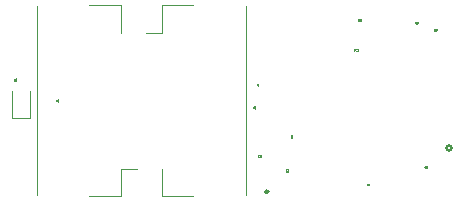
<source format=gbr>
G04 #@! TF.GenerationSoftware,KiCad,Pcbnew,5.0.0-fee4fd1~66~ubuntu16.04.1*
G04 #@! TF.CreationDate,2018-08-08T21:48:41-04:00*
G04 #@! TF.ProjectId,motor controller,6D6F746F7220636F6E74726F6C6C6572,rev?*
G04 #@! TF.SameCoordinates,Original*
G04 #@! TF.FileFunction,Legend,Top*
G04 #@! TF.FilePolarity,Positive*
%FSLAX46Y46*%
G04 Gerber Fmt 4.6, Leading zero omitted, Abs format (unit mm)*
G04 Created by KiCad (PCBNEW 5.0.0-fee4fd1~66~ubuntu16.04.1) date Wed Aug  8 21:48:41 2018*
%MOMM*%
%LPD*%
G01*
G04 APERTURE LIST*
%ADD10C,0.120000*%
%ADD11C,0.254000*%
%ADD12C,0.020000*%
G04 APERTURE END LIST*
D10*
G04 #@! TO.C,J1*
X7200000Y-17110000D02*
X9850000Y-17110000D01*
X9850000Y-17110000D02*
X9850000Y-14760000D01*
X9850000Y-14760000D02*
X11240000Y-14760000D01*
X7200000Y-890000D02*
X9850000Y-890000D01*
X9850000Y-890000D02*
X9850000Y-3240000D01*
X2780000Y-17000000D02*
X2780000Y-1000000D01*
D11*
G04 #@! TO.C,IC2*
X37865000Y-13000000D02*
G75*
G03X37865000Y-13000000I-200000J0D01*
G01*
D10*
G04 #@! TO.C,J2*
X20440000Y-1000000D02*
X20440000Y-17000000D01*
X13370000Y-17110000D02*
X13370000Y-14760000D01*
X16020000Y-17110000D02*
X13370000Y-17110000D01*
X13370000Y-3240000D02*
X11980000Y-3240000D01*
X13370000Y-890000D02*
X13370000Y-3240000D01*
X16020000Y-890000D02*
X13370000Y-890000D01*
D11*
G04 #@! TO.C,IC3*
X22351000Y-16695000D02*
G75*
G03X22351000Y-16695000I-125000J0D01*
G01*
D10*
G04 #@! TO.C,D1*
X2160000Y-10470000D02*
X2160000Y-8200000D01*
X640000Y-10470000D02*
X2160000Y-10470000D01*
X640000Y-8200000D02*
X640000Y-10470000D01*
G04 #@! TO.C,J1*
D12*
X4417857Y-9040000D02*
X4525000Y-9040000D01*
X4546428Y-9047142D01*
X4560714Y-9061428D01*
X4567857Y-9082857D01*
X4567857Y-9097142D01*
X4567857Y-8890000D02*
X4567857Y-8975714D01*
X4567857Y-8932857D02*
X4417857Y-8932857D01*
X4439285Y-8947142D01*
X4453571Y-8961428D01*
X4460714Y-8975714D01*
G04 #@! TO.C,J3*
X21377857Y-7700000D02*
X21485000Y-7700000D01*
X21506428Y-7707142D01*
X21520714Y-7721428D01*
X21527857Y-7742857D01*
X21527857Y-7757142D01*
X21377857Y-7642857D02*
X21377857Y-7550000D01*
X21435000Y-7600000D01*
X21435000Y-7578571D01*
X21442142Y-7564285D01*
X21449285Y-7557142D01*
X21463571Y-7550000D01*
X21499285Y-7550000D01*
X21513571Y-7557142D01*
X21520714Y-7564285D01*
X21527857Y-7578571D01*
X21527857Y-7621428D01*
X21520714Y-7635714D01*
X21513571Y-7642857D01*
G04 #@! TO.C,C3*
X24256428Y-12027000D02*
X24249285Y-12019857D01*
X24242142Y-11998428D01*
X24242142Y-11984142D01*
X24249285Y-11962714D01*
X24263571Y-11948428D01*
X24277857Y-11941285D01*
X24306428Y-11934142D01*
X24327857Y-11934142D01*
X24356428Y-11941285D01*
X24370714Y-11948428D01*
X24385000Y-11962714D01*
X24392142Y-11984142D01*
X24392142Y-11998428D01*
X24385000Y-12019857D01*
X24377857Y-12027000D01*
X24392142Y-12077000D02*
X24392142Y-12169857D01*
X24335000Y-12119857D01*
X24335000Y-12141285D01*
X24327857Y-12155571D01*
X24320714Y-12162714D01*
X24306428Y-12169857D01*
X24270714Y-12169857D01*
X24256428Y-12162714D01*
X24249285Y-12155571D01*
X24242142Y-12141285D01*
X24242142Y-12098428D01*
X24249285Y-12084142D01*
X24256428Y-12077000D01*
G04 #@! TO.C,C6*
X35675000Y-14653571D02*
X35667857Y-14660714D01*
X35646428Y-14667857D01*
X35632142Y-14667857D01*
X35610714Y-14660714D01*
X35596428Y-14646428D01*
X35589285Y-14632142D01*
X35582142Y-14603571D01*
X35582142Y-14582142D01*
X35589285Y-14553571D01*
X35596428Y-14539285D01*
X35610714Y-14525000D01*
X35632142Y-14517857D01*
X35646428Y-14517857D01*
X35667857Y-14525000D01*
X35675000Y-14532142D01*
X35803571Y-14517857D02*
X35775000Y-14517857D01*
X35760714Y-14525000D01*
X35753571Y-14532142D01*
X35739285Y-14553571D01*
X35732142Y-14582142D01*
X35732142Y-14639285D01*
X35739285Y-14653571D01*
X35746428Y-14660714D01*
X35760714Y-14667857D01*
X35789285Y-14667857D01*
X35803571Y-14660714D01*
X35810714Y-14653571D01*
X35817857Y-14639285D01*
X35817857Y-14603571D01*
X35810714Y-14589285D01*
X35803571Y-14582142D01*
X35789285Y-14575000D01*
X35760714Y-14575000D01*
X35746428Y-14582142D01*
X35739285Y-14589285D01*
X35732142Y-14603571D01*
G04 #@! TO.C,IC2*
X29653571Y-4767857D02*
X29653571Y-4617857D01*
X29810714Y-4753571D02*
X29803571Y-4760714D01*
X29782142Y-4767857D01*
X29767857Y-4767857D01*
X29746428Y-4760714D01*
X29732142Y-4746428D01*
X29725000Y-4732142D01*
X29717857Y-4703571D01*
X29717857Y-4682142D01*
X29725000Y-4653571D01*
X29732142Y-4639285D01*
X29746428Y-4625000D01*
X29767857Y-4617857D01*
X29782142Y-4617857D01*
X29803571Y-4625000D01*
X29810714Y-4632142D01*
X29867857Y-4632142D02*
X29875000Y-4625000D01*
X29889285Y-4617857D01*
X29925000Y-4617857D01*
X29939285Y-4625000D01*
X29946428Y-4632142D01*
X29953571Y-4646428D01*
X29953571Y-4660714D01*
X29946428Y-4682142D01*
X29860714Y-4767857D01*
X29953571Y-4767857D01*
G04 #@! TO.C,J2*
X21097857Y-9640000D02*
X21205000Y-9640000D01*
X21226428Y-9647142D01*
X21240714Y-9661428D01*
X21247857Y-9682857D01*
X21247857Y-9697142D01*
X21112142Y-9575714D02*
X21105000Y-9568571D01*
X21097857Y-9554285D01*
X21097857Y-9518571D01*
X21105000Y-9504285D01*
X21112142Y-9497142D01*
X21126428Y-9490000D01*
X21140714Y-9490000D01*
X21162142Y-9497142D01*
X21247857Y-9582857D01*
X21247857Y-9490000D01*
G04 #@! TO.C,R7*
X36475000Y-3067857D02*
X36425000Y-2996428D01*
X36389285Y-3067857D02*
X36389285Y-2917857D01*
X36446428Y-2917857D01*
X36460714Y-2925000D01*
X36467857Y-2932142D01*
X36475000Y-2946428D01*
X36475000Y-2967857D01*
X36467857Y-2982142D01*
X36460714Y-2989285D01*
X36446428Y-2996428D01*
X36389285Y-2996428D01*
X36525000Y-2917857D02*
X36625000Y-2917857D01*
X36560714Y-3067857D01*
G04 #@! TO.C,R8*
X30775000Y-16167857D02*
X30725000Y-16096428D01*
X30689285Y-16167857D02*
X30689285Y-16017857D01*
X30746428Y-16017857D01*
X30760714Y-16025000D01*
X30767857Y-16032142D01*
X30775000Y-16046428D01*
X30775000Y-16067857D01*
X30767857Y-16082142D01*
X30760714Y-16089285D01*
X30746428Y-16096428D01*
X30689285Y-16096428D01*
X30860714Y-16082142D02*
X30846428Y-16075000D01*
X30839285Y-16067857D01*
X30832142Y-16053571D01*
X30832142Y-16046428D01*
X30839285Y-16032142D01*
X30846428Y-16025000D01*
X30860714Y-16017857D01*
X30889285Y-16017857D01*
X30903571Y-16025000D01*
X30910714Y-16032142D01*
X30917857Y-16046428D01*
X30917857Y-16053571D01*
X30910714Y-16067857D01*
X30903571Y-16075000D01*
X30889285Y-16082142D01*
X30860714Y-16082142D01*
X30846428Y-16089285D01*
X30839285Y-16096428D01*
X30832142Y-16110714D01*
X30832142Y-16139285D01*
X30839285Y-16153571D01*
X30846428Y-16160714D01*
X30860714Y-16167857D01*
X30889285Y-16167857D01*
X30903571Y-16160714D01*
X30910714Y-16153571D01*
X30917857Y-16139285D01*
X30917857Y-16110714D01*
X30910714Y-16096428D01*
X30903571Y-16089285D01*
X30889285Y-16082142D01*
G04 #@! TO.C,R9*
X30080500Y-2267857D02*
X30030500Y-2196428D01*
X29994785Y-2267857D02*
X29994785Y-2117857D01*
X30051928Y-2117857D01*
X30066214Y-2125000D01*
X30073357Y-2132142D01*
X30080500Y-2146428D01*
X30080500Y-2167857D01*
X30073357Y-2182142D01*
X30066214Y-2189285D01*
X30051928Y-2196428D01*
X29994785Y-2196428D01*
X30151928Y-2267857D02*
X30180500Y-2267857D01*
X30194785Y-2260714D01*
X30201928Y-2253571D01*
X30216214Y-2232142D01*
X30223357Y-2203571D01*
X30223357Y-2146428D01*
X30216214Y-2132142D01*
X30209071Y-2125000D01*
X30194785Y-2117857D01*
X30166214Y-2117857D01*
X30151928Y-2125000D01*
X30144785Y-2132142D01*
X30137642Y-2146428D01*
X30137642Y-2182142D01*
X30144785Y-2196428D01*
X30151928Y-2203571D01*
X30166214Y-2210714D01*
X30194785Y-2210714D01*
X30209071Y-2203571D01*
X30216214Y-2196428D01*
X30223357Y-2182142D01*
G04 #@! TO.C,C8*
X21575000Y-13753571D02*
X21567857Y-13760714D01*
X21546428Y-13767857D01*
X21532142Y-13767857D01*
X21510714Y-13760714D01*
X21496428Y-13746428D01*
X21489285Y-13732142D01*
X21482142Y-13703571D01*
X21482142Y-13682142D01*
X21489285Y-13653571D01*
X21496428Y-13639285D01*
X21510714Y-13625000D01*
X21532142Y-13617857D01*
X21546428Y-13617857D01*
X21567857Y-13625000D01*
X21575000Y-13632142D01*
X21660714Y-13682142D02*
X21646428Y-13675000D01*
X21639285Y-13667857D01*
X21632142Y-13653571D01*
X21632142Y-13646428D01*
X21639285Y-13632142D01*
X21646428Y-13625000D01*
X21660714Y-13617857D01*
X21689285Y-13617857D01*
X21703571Y-13625000D01*
X21710714Y-13632142D01*
X21717857Y-13646428D01*
X21717857Y-13653571D01*
X21710714Y-13667857D01*
X21703571Y-13675000D01*
X21689285Y-13682142D01*
X21660714Y-13682142D01*
X21646428Y-13689285D01*
X21639285Y-13696428D01*
X21632142Y-13710714D01*
X21632142Y-13739285D01*
X21639285Y-13753571D01*
X21646428Y-13760714D01*
X21660714Y-13767857D01*
X21689285Y-13767857D01*
X21703571Y-13760714D01*
X21710714Y-13753571D01*
X21717857Y-13739285D01*
X21717857Y-13710714D01*
X21710714Y-13696428D01*
X21703571Y-13689285D01*
X21689285Y-13682142D01*
G04 #@! TO.C,C9*
X34875000Y-2453571D02*
X34867857Y-2460714D01*
X34846428Y-2467857D01*
X34832142Y-2467857D01*
X34810714Y-2460714D01*
X34796428Y-2446428D01*
X34789285Y-2432142D01*
X34782142Y-2403571D01*
X34782142Y-2382142D01*
X34789285Y-2353571D01*
X34796428Y-2339285D01*
X34810714Y-2325000D01*
X34832142Y-2317857D01*
X34846428Y-2317857D01*
X34867857Y-2325000D01*
X34875000Y-2332142D01*
X34946428Y-2467857D02*
X34975000Y-2467857D01*
X34989285Y-2460714D01*
X34996428Y-2453571D01*
X35010714Y-2432142D01*
X35017857Y-2403571D01*
X35017857Y-2346428D01*
X35010714Y-2332142D01*
X35003571Y-2325000D01*
X34989285Y-2317857D01*
X34960714Y-2317857D01*
X34946428Y-2325000D01*
X34939285Y-2332142D01*
X34932142Y-2346428D01*
X34932142Y-2382142D01*
X34939285Y-2396428D01*
X34946428Y-2403571D01*
X34960714Y-2410714D01*
X34989285Y-2410714D01*
X35003571Y-2403571D01*
X35010714Y-2396428D01*
X35017857Y-2382142D01*
G04 #@! TO.C,IC3*
X24033857Y-15056428D02*
X23883857Y-15056428D01*
X24019571Y-14899285D02*
X24026714Y-14906428D01*
X24033857Y-14927857D01*
X24033857Y-14942142D01*
X24026714Y-14963571D01*
X24012428Y-14977857D01*
X23998142Y-14985000D01*
X23969571Y-14992142D01*
X23948142Y-14992142D01*
X23919571Y-14985000D01*
X23905285Y-14977857D01*
X23891000Y-14963571D01*
X23883857Y-14942142D01*
X23883857Y-14927857D01*
X23891000Y-14906428D01*
X23898142Y-14899285D01*
X23883857Y-14849285D02*
X23883857Y-14756428D01*
X23941000Y-14806428D01*
X23941000Y-14785000D01*
X23948142Y-14770714D01*
X23955285Y-14763571D01*
X23969571Y-14756428D01*
X24005285Y-14756428D01*
X24019571Y-14763571D01*
X24026714Y-14770714D01*
X24033857Y-14785000D01*
X24033857Y-14827857D01*
X24026714Y-14842142D01*
X24019571Y-14849285D01*
G04 #@! TO.C,D1*
X957857Y-7320714D02*
X807857Y-7320714D01*
X807857Y-7285000D01*
X815000Y-7263571D01*
X829285Y-7249285D01*
X843571Y-7242142D01*
X872142Y-7235000D01*
X893571Y-7235000D01*
X922142Y-7242142D01*
X936428Y-7249285D01*
X950714Y-7263571D01*
X957857Y-7285000D01*
X957857Y-7320714D01*
X957857Y-7092142D02*
X957857Y-7177857D01*
X957857Y-7135000D02*
X807857Y-7135000D01*
X829285Y-7149285D01*
X843571Y-7163571D01*
X850714Y-7177857D01*
G04 #@! TD*
M02*

</source>
